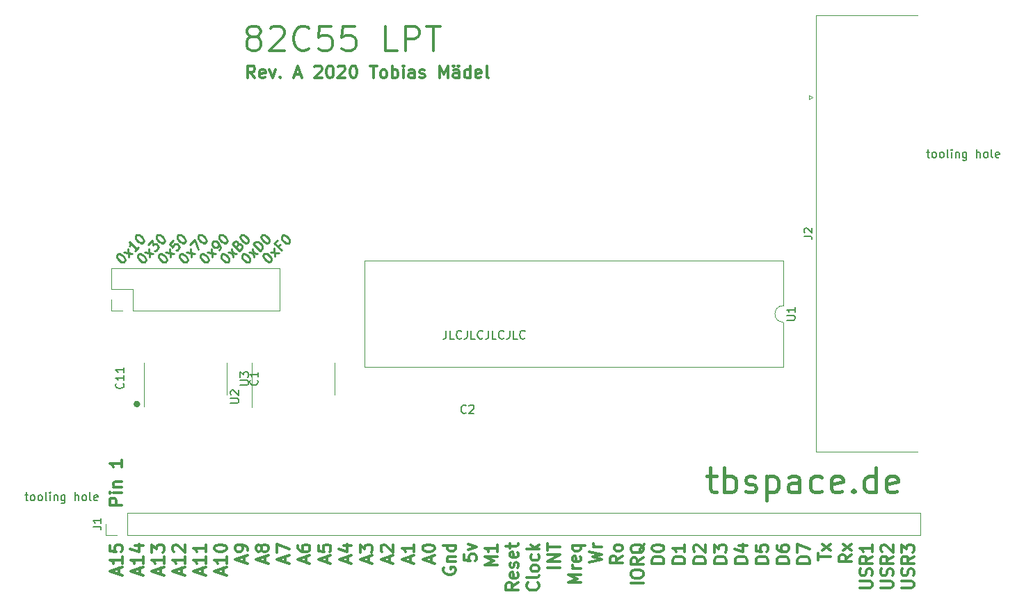
<source format=gto>
%TF.GenerationSoftware,KiCad,Pcbnew,5.1.6*%
%TF.CreationDate,2020-09-23T23:00:43+02:00*%
%TF.ProjectId,RC2014-LPT,52433230-3134-42d4-9c50-542e6b696361,rev?*%
%TF.SameCoordinates,Original*%
%TF.FileFunction,Legend,Top*%
%TF.FilePolarity,Positive*%
%FSLAX46Y46*%
G04 Gerber Fmt 4.6, Leading zero omitted, Abs format (unit mm)*
G04 Created by KiCad (PCBNEW 5.1.6) date 2020-09-23 23:00:43*
%MOMM*%
%LPD*%
G01*
G04 APERTURE LIST*
%ADD10C,0.200000*%
%ADD11C,0.400000*%
%ADD12C,0.300000*%
%ADD13C,0.250000*%
%ADD14C,0.120000*%
%ADD15C,0.150000*%
G04 APERTURE END LIST*
D10*
X84130952Y-48452380D02*
X84130952Y-49166666D01*
X84083333Y-49309523D01*
X83988095Y-49404761D01*
X83845238Y-49452380D01*
X83750000Y-49452380D01*
X85083333Y-49452380D02*
X84607142Y-49452380D01*
X84607142Y-48452380D01*
X85988095Y-49357142D02*
X85940476Y-49404761D01*
X85797619Y-49452380D01*
X85702380Y-49452380D01*
X85559523Y-49404761D01*
X85464285Y-49309523D01*
X85416666Y-49214285D01*
X85369047Y-49023809D01*
X85369047Y-48880952D01*
X85416666Y-48690476D01*
X85464285Y-48595238D01*
X85559523Y-48500000D01*
X85702380Y-48452380D01*
X85797619Y-48452380D01*
X85940476Y-48500000D01*
X85988095Y-48547619D01*
X86702380Y-48452380D02*
X86702380Y-49166666D01*
X86654761Y-49309523D01*
X86559523Y-49404761D01*
X86416666Y-49452380D01*
X86321428Y-49452380D01*
X87654761Y-49452380D02*
X87178571Y-49452380D01*
X87178571Y-48452380D01*
X88559523Y-49357142D02*
X88511904Y-49404761D01*
X88369047Y-49452380D01*
X88273809Y-49452380D01*
X88130952Y-49404761D01*
X88035714Y-49309523D01*
X87988095Y-49214285D01*
X87940476Y-49023809D01*
X87940476Y-48880952D01*
X87988095Y-48690476D01*
X88035714Y-48595238D01*
X88130952Y-48500000D01*
X88273809Y-48452380D01*
X88369047Y-48452380D01*
X88511904Y-48500000D01*
X88559523Y-48547619D01*
X89273809Y-48452380D02*
X89273809Y-49166666D01*
X89226190Y-49309523D01*
X89130952Y-49404761D01*
X88988095Y-49452380D01*
X88892857Y-49452380D01*
X90226190Y-49452380D02*
X89750000Y-49452380D01*
X89750000Y-48452380D01*
X91130952Y-49357142D02*
X91083333Y-49404761D01*
X90940476Y-49452380D01*
X90845238Y-49452380D01*
X90702380Y-49404761D01*
X90607142Y-49309523D01*
X90559523Y-49214285D01*
X90511904Y-49023809D01*
X90511904Y-48880952D01*
X90559523Y-48690476D01*
X90607142Y-48595238D01*
X90702380Y-48500000D01*
X90845238Y-48452380D01*
X90940476Y-48452380D01*
X91083333Y-48500000D01*
X91130952Y-48547619D01*
X91845238Y-48452380D02*
X91845238Y-49166666D01*
X91797619Y-49309523D01*
X91702380Y-49404761D01*
X91559523Y-49452380D01*
X91464285Y-49452380D01*
X92797619Y-49452380D02*
X92321428Y-49452380D01*
X92321428Y-48452380D01*
X93702380Y-49357142D02*
X93654761Y-49404761D01*
X93511904Y-49452380D01*
X93416666Y-49452380D01*
X93273809Y-49404761D01*
X93178571Y-49309523D01*
X93130952Y-49214285D01*
X93083333Y-49023809D01*
X93083333Y-48880952D01*
X93130952Y-48690476D01*
X93178571Y-48595238D01*
X93273809Y-48500000D01*
X93416666Y-48452380D01*
X93511904Y-48452380D01*
X93654761Y-48500000D01*
X93702380Y-48547619D01*
D11*
X46682000Y-57404000D02*
G75*
G03*
X46682000Y-57404000I-200000J0D01*
G01*
D12*
X60834714Y-17678571D02*
X60334714Y-16964285D01*
X59977571Y-17678571D02*
X59977571Y-16178571D01*
X60548999Y-16178571D01*
X60691857Y-16250000D01*
X60763285Y-16321428D01*
X60834714Y-16464285D01*
X60834714Y-16678571D01*
X60763285Y-16821428D01*
X60691857Y-16892857D01*
X60548999Y-16964285D01*
X59977571Y-16964285D01*
X62048999Y-17607142D02*
X61906142Y-17678571D01*
X61620428Y-17678571D01*
X61477571Y-17607142D01*
X61406142Y-17464285D01*
X61406142Y-16892857D01*
X61477571Y-16750000D01*
X61620428Y-16678571D01*
X61906142Y-16678571D01*
X62048999Y-16750000D01*
X62120428Y-16892857D01*
X62120428Y-17035714D01*
X61406142Y-17178571D01*
X62620428Y-16678571D02*
X62977571Y-17678571D01*
X63334714Y-16678571D01*
X63906142Y-17535714D02*
X63977571Y-17607142D01*
X63906142Y-17678571D01*
X63834714Y-17607142D01*
X63906142Y-17535714D01*
X63906142Y-17678571D01*
X65691857Y-17250000D02*
X66406142Y-17250000D01*
X65548999Y-17678571D02*
X66048999Y-16178571D01*
X66548999Y-17678571D01*
X68120428Y-16321428D02*
X68191857Y-16250000D01*
X68334714Y-16178571D01*
X68691857Y-16178571D01*
X68834714Y-16250000D01*
X68906142Y-16321428D01*
X68977571Y-16464285D01*
X68977571Y-16607142D01*
X68906142Y-16821428D01*
X68049000Y-17678571D01*
X68977571Y-17678571D01*
X69906142Y-16178571D02*
X70049000Y-16178571D01*
X70191857Y-16250000D01*
X70263285Y-16321428D01*
X70334714Y-16464285D01*
X70406142Y-16750000D01*
X70406142Y-17107142D01*
X70334714Y-17392857D01*
X70263285Y-17535714D01*
X70191857Y-17607142D01*
X70049000Y-17678571D01*
X69906142Y-17678571D01*
X69763285Y-17607142D01*
X69691857Y-17535714D01*
X69620428Y-17392857D01*
X69549000Y-17107142D01*
X69549000Y-16750000D01*
X69620428Y-16464285D01*
X69691857Y-16321428D01*
X69763285Y-16250000D01*
X69906142Y-16178571D01*
X70977571Y-16321428D02*
X71049000Y-16250000D01*
X71191857Y-16178571D01*
X71549000Y-16178571D01*
X71691857Y-16250000D01*
X71763285Y-16321428D01*
X71834714Y-16464285D01*
X71834714Y-16607142D01*
X71763285Y-16821428D01*
X70906142Y-17678571D01*
X71834714Y-17678571D01*
X72763285Y-16178571D02*
X72906142Y-16178571D01*
X73049000Y-16250000D01*
X73120428Y-16321428D01*
X73191857Y-16464285D01*
X73263285Y-16750000D01*
X73263285Y-17107142D01*
X73191857Y-17392857D01*
X73120428Y-17535714D01*
X73049000Y-17607142D01*
X72906142Y-17678571D01*
X72763285Y-17678571D01*
X72620428Y-17607142D01*
X72549000Y-17535714D01*
X72477571Y-17392857D01*
X72406142Y-17107142D01*
X72406142Y-16750000D01*
X72477571Y-16464285D01*
X72549000Y-16321428D01*
X72620428Y-16250000D01*
X72763285Y-16178571D01*
X74834714Y-16178571D02*
X75691857Y-16178571D01*
X75263285Y-17678571D02*
X75263285Y-16178571D01*
X76406142Y-17678571D02*
X76263285Y-17607142D01*
X76191857Y-17535714D01*
X76120428Y-17392857D01*
X76120428Y-16964285D01*
X76191857Y-16821428D01*
X76263285Y-16750000D01*
X76406142Y-16678571D01*
X76620428Y-16678571D01*
X76763285Y-16750000D01*
X76834714Y-16821428D01*
X76906142Y-16964285D01*
X76906142Y-17392857D01*
X76834714Y-17535714D01*
X76763285Y-17607142D01*
X76620428Y-17678571D01*
X76406142Y-17678571D01*
X77549000Y-17678571D02*
X77549000Y-16178571D01*
X77549000Y-16750000D02*
X77691857Y-16678571D01*
X77977571Y-16678571D01*
X78120428Y-16750000D01*
X78191857Y-16821428D01*
X78263285Y-16964285D01*
X78263285Y-17392857D01*
X78191857Y-17535714D01*
X78120428Y-17607142D01*
X77977571Y-17678571D01*
X77691857Y-17678571D01*
X77549000Y-17607142D01*
X78906142Y-17678571D02*
X78906142Y-16678571D01*
X78906142Y-16178571D02*
X78834714Y-16250000D01*
X78906142Y-16321428D01*
X78977571Y-16250000D01*
X78906142Y-16178571D01*
X78906142Y-16321428D01*
X80263285Y-17678571D02*
X80263285Y-16892857D01*
X80191857Y-16750000D01*
X80049000Y-16678571D01*
X79763285Y-16678571D01*
X79620428Y-16750000D01*
X80263285Y-17607142D02*
X80120428Y-17678571D01*
X79763285Y-17678571D01*
X79620428Y-17607142D01*
X79549000Y-17464285D01*
X79549000Y-17321428D01*
X79620428Y-17178571D01*
X79763285Y-17107142D01*
X80120428Y-17107142D01*
X80263285Y-17035714D01*
X80906142Y-17607142D02*
X81049000Y-17678571D01*
X81334714Y-17678571D01*
X81477571Y-17607142D01*
X81549000Y-17464285D01*
X81549000Y-17392857D01*
X81477571Y-17250000D01*
X81334714Y-17178571D01*
X81120428Y-17178571D01*
X80977571Y-17107142D01*
X80906142Y-16964285D01*
X80906142Y-16892857D01*
X80977571Y-16750000D01*
X81120428Y-16678571D01*
X81334714Y-16678571D01*
X81477571Y-16750000D01*
X83334714Y-17678571D02*
X83334714Y-16178571D01*
X83834714Y-17250000D01*
X84334714Y-16178571D01*
X84334714Y-17678571D01*
X85691857Y-17678571D02*
X85691857Y-16892857D01*
X85620428Y-16750000D01*
X85477571Y-16678571D01*
X85191857Y-16678571D01*
X85049000Y-16750000D01*
X85691857Y-17607142D02*
X85549000Y-17678571D01*
X85191857Y-17678571D01*
X85049000Y-17607142D01*
X84977571Y-17464285D01*
X84977571Y-17321428D01*
X85049000Y-17178571D01*
X85191857Y-17107142D01*
X85549000Y-17107142D01*
X85691857Y-17035714D01*
X85049000Y-16178571D02*
X85120428Y-16250000D01*
X85049000Y-16321428D01*
X84977571Y-16250000D01*
X85049000Y-16178571D01*
X85049000Y-16321428D01*
X85620428Y-16178571D02*
X85691857Y-16250000D01*
X85620428Y-16321428D01*
X85549000Y-16250000D01*
X85620428Y-16178571D01*
X85620428Y-16321428D01*
X87049000Y-17678571D02*
X87049000Y-16178571D01*
X87049000Y-17607142D02*
X86906142Y-17678571D01*
X86620428Y-17678571D01*
X86477571Y-17607142D01*
X86406142Y-17535714D01*
X86334714Y-17392857D01*
X86334714Y-16964285D01*
X86406142Y-16821428D01*
X86477571Y-16750000D01*
X86620428Y-16678571D01*
X86906142Y-16678571D01*
X87049000Y-16750000D01*
X88334714Y-17607142D02*
X88191857Y-17678571D01*
X87906142Y-17678571D01*
X87763285Y-17607142D01*
X87691857Y-17464285D01*
X87691857Y-16892857D01*
X87763285Y-16750000D01*
X87906142Y-16678571D01*
X88191857Y-16678571D01*
X88334714Y-16750000D01*
X88406142Y-16892857D01*
X88406142Y-17035714D01*
X87691857Y-17178571D01*
X89263285Y-17678571D02*
X89120428Y-17607142D01*
X89049000Y-17464285D01*
X89049000Y-16178571D01*
X60428571Y-12642857D02*
X60142857Y-12500000D01*
X60000000Y-12357142D01*
X59857142Y-12071428D01*
X59857142Y-11928571D01*
X60000000Y-11642857D01*
X60142857Y-11500000D01*
X60428571Y-11357142D01*
X61000000Y-11357142D01*
X61285714Y-11500000D01*
X61428571Y-11642857D01*
X61571428Y-11928571D01*
X61571428Y-12071428D01*
X61428571Y-12357142D01*
X61285714Y-12500000D01*
X61000000Y-12642857D01*
X60428571Y-12642857D01*
X60142857Y-12785714D01*
X60000000Y-12928571D01*
X59857142Y-13214285D01*
X59857142Y-13785714D01*
X60000000Y-14071428D01*
X60142857Y-14214285D01*
X60428571Y-14357142D01*
X61000000Y-14357142D01*
X61285714Y-14214285D01*
X61428571Y-14071428D01*
X61571428Y-13785714D01*
X61571428Y-13214285D01*
X61428571Y-12928571D01*
X61285714Y-12785714D01*
X61000000Y-12642857D01*
X62714285Y-11642857D02*
X62857142Y-11500000D01*
X63142857Y-11357142D01*
X63857142Y-11357142D01*
X64142857Y-11500000D01*
X64285714Y-11642857D01*
X64428571Y-11928571D01*
X64428571Y-12214285D01*
X64285714Y-12642857D01*
X62571428Y-14357142D01*
X64428571Y-14357142D01*
X67428571Y-14071428D02*
X67285714Y-14214285D01*
X66857142Y-14357142D01*
X66571428Y-14357142D01*
X66142857Y-14214285D01*
X65857142Y-13928571D01*
X65714285Y-13642857D01*
X65571428Y-13071428D01*
X65571428Y-12642857D01*
X65714285Y-12071428D01*
X65857142Y-11785714D01*
X66142857Y-11500000D01*
X66571428Y-11357142D01*
X66857142Y-11357142D01*
X67285714Y-11500000D01*
X67428571Y-11642857D01*
X70142857Y-11357142D02*
X68714285Y-11357142D01*
X68571428Y-12785714D01*
X68714285Y-12642857D01*
X69000000Y-12500000D01*
X69714285Y-12500000D01*
X70000000Y-12642857D01*
X70142857Y-12785714D01*
X70285714Y-13071428D01*
X70285714Y-13785714D01*
X70142857Y-14071428D01*
X70000000Y-14214285D01*
X69714285Y-14357142D01*
X69000000Y-14357142D01*
X68714285Y-14214285D01*
X68571428Y-14071428D01*
X73000000Y-11357142D02*
X71571428Y-11357142D01*
X71428571Y-12785714D01*
X71571428Y-12642857D01*
X71857142Y-12500000D01*
X72571428Y-12500000D01*
X72857142Y-12642857D01*
X73000000Y-12785714D01*
X73142857Y-13071428D01*
X73142857Y-13785714D01*
X73000000Y-14071428D01*
X72857142Y-14214285D01*
X72571428Y-14357142D01*
X71857142Y-14357142D01*
X71571428Y-14214285D01*
X71428571Y-14071428D01*
X78142857Y-14357142D02*
X76714285Y-14357142D01*
X76714285Y-11357142D01*
X79142857Y-14357142D02*
X79142857Y-11357142D01*
X80285714Y-11357142D01*
X80571428Y-11500000D01*
X80714285Y-11642857D01*
X80857142Y-11928571D01*
X80857142Y-12357142D01*
X80714285Y-12642857D01*
X80571428Y-12785714D01*
X80285714Y-12928571D01*
X79142857Y-12928571D01*
X81714285Y-11357142D02*
X83428571Y-11357142D01*
X82571428Y-14357142D02*
X82571428Y-11357142D01*
D11*
X115849285Y-66159142D02*
X116992142Y-66159142D01*
X116277857Y-65159142D02*
X116277857Y-67730571D01*
X116420714Y-68016285D01*
X116706428Y-68159142D01*
X116992142Y-68159142D01*
X117992142Y-68159142D02*
X117992142Y-65159142D01*
X117992142Y-66302000D02*
X118277857Y-66159142D01*
X118849285Y-66159142D01*
X119135000Y-66302000D01*
X119277857Y-66444857D01*
X119420714Y-66730571D01*
X119420714Y-67587714D01*
X119277857Y-67873428D01*
X119135000Y-68016285D01*
X118849285Y-68159142D01*
X118277857Y-68159142D01*
X117992142Y-68016285D01*
X120563571Y-68016285D02*
X120849285Y-68159142D01*
X121420714Y-68159142D01*
X121706428Y-68016285D01*
X121849285Y-67730571D01*
X121849285Y-67587714D01*
X121706428Y-67302000D01*
X121420714Y-67159142D01*
X120992142Y-67159142D01*
X120706428Y-67016285D01*
X120563571Y-66730571D01*
X120563571Y-66587714D01*
X120706428Y-66302000D01*
X120992142Y-66159142D01*
X121420714Y-66159142D01*
X121706428Y-66302000D01*
X123135000Y-66159142D02*
X123135000Y-69159142D01*
X123135000Y-66302000D02*
X123420714Y-66159142D01*
X123992142Y-66159142D01*
X124277857Y-66302000D01*
X124420714Y-66444857D01*
X124563571Y-66730571D01*
X124563571Y-67587714D01*
X124420714Y-67873428D01*
X124277857Y-68016285D01*
X123992142Y-68159142D01*
X123420714Y-68159142D01*
X123135000Y-68016285D01*
X127135000Y-68159142D02*
X127135000Y-66587714D01*
X126992142Y-66302000D01*
X126706428Y-66159142D01*
X126135000Y-66159142D01*
X125849285Y-66302000D01*
X127135000Y-68016285D02*
X126849285Y-68159142D01*
X126135000Y-68159142D01*
X125849285Y-68016285D01*
X125706428Y-67730571D01*
X125706428Y-67444857D01*
X125849285Y-67159142D01*
X126135000Y-67016285D01*
X126849285Y-67016285D01*
X127135000Y-66873428D01*
X129849285Y-68016285D02*
X129563571Y-68159142D01*
X128992142Y-68159142D01*
X128706428Y-68016285D01*
X128563571Y-67873428D01*
X128420714Y-67587714D01*
X128420714Y-66730571D01*
X128563571Y-66444857D01*
X128706428Y-66302000D01*
X128992142Y-66159142D01*
X129563571Y-66159142D01*
X129849285Y-66302000D01*
X132277857Y-68016285D02*
X131992142Y-68159142D01*
X131420714Y-68159142D01*
X131135000Y-68016285D01*
X130992142Y-67730571D01*
X130992142Y-66587714D01*
X131135000Y-66302000D01*
X131420714Y-66159142D01*
X131992142Y-66159142D01*
X132277857Y-66302000D01*
X132420714Y-66587714D01*
X132420714Y-66873428D01*
X130992142Y-67159142D01*
X133706428Y-67873428D02*
X133849285Y-68016285D01*
X133706428Y-68159142D01*
X133563571Y-68016285D01*
X133706428Y-67873428D01*
X133706428Y-68159142D01*
X136420714Y-68159142D02*
X136420714Y-65159142D01*
X136420714Y-68016285D02*
X136135000Y-68159142D01*
X135563571Y-68159142D01*
X135277857Y-68016285D01*
X135135000Y-67873428D01*
X134992142Y-67587714D01*
X134992142Y-66730571D01*
X135135000Y-66444857D01*
X135277857Y-66302000D01*
X135563571Y-66159142D01*
X136135000Y-66159142D01*
X136420714Y-66302000D01*
X138992142Y-68016285D02*
X138706428Y-68159142D01*
X138135000Y-68159142D01*
X137849285Y-68016285D01*
X137706428Y-67730571D01*
X137706428Y-66587714D01*
X137849285Y-66302000D01*
X138135000Y-66159142D01*
X138706428Y-66159142D01*
X138992142Y-66302000D01*
X139135000Y-66587714D01*
X139135000Y-66873428D01*
X137706428Y-67159142D01*
D13*
X44063349Y-39208309D02*
X44144162Y-39127497D01*
X44265380Y-39087091D01*
X44346192Y-39087091D01*
X44467410Y-39127497D01*
X44669441Y-39248715D01*
X44871471Y-39450746D01*
X44992690Y-39652776D01*
X45033096Y-39773995D01*
X45033096Y-39854807D01*
X44992690Y-39976025D01*
X44911877Y-40056837D01*
X44790659Y-40097244D01*
X44709847Y-40097244D01*
X44588629Y-40056837D01*
X44386598Y-39935619D01*
X44184568Y-39733589D01*
X44063349Y-39531558D01*
X44022943Y-39410340D01*
X44022943Y-39329528D01*
X44063349Y-39208309D01*
X45477563Y-39491152D02*
X45356345Y-38481000D01*
X44911877Y-38925467D02*
X45922030Y-39046685D01*
X46689746Y-38278969D02*
X46204873Y-38763842D01*
X46447309Y-38521406D02*
X45598781Y-37672877D01*
X45639187Y-37874908D01*
X45639187Y-38036532D01*
X45598781Y-38157751D01*
X46366497Y-36905162D02*
X46447309Y-36824349D01*
X46568528Y-36783943D01*
X46649340Y-36783943D01*
X46770558Y-36824349D01*
X46972589Y-36945568D01*
X47174619Y-37147598D01*
X47295837Y-37349629D01*
X47336244Y-37470847D01*
X47336244Y-37551659D01*
X47295837Y-37672877D01*
X47215025Y-37753690D01*
X47093807Y-37794096D01*
X47012995Y-37794096D01*
X46891776Y-37753690D01*
X46689746Y-37632471D01*
X46487715Y-37430441D01*
X46366497Y-37228410D01*
X46326091Y-37107192D01*
X46326091Y-37026380D01*
X46366497Y-36905162D01*
X61883755Y-39167903D02*
X61964568Y-39087091D01*
X62085786Y-39046685D01*
X62166598Y-39046685D01*
X62287816Y-39087091D01*
X62489847Y-39208309D01*
X62691877Y-39410340D01*
X62813096Y-39612370D01*
X62853502Y-39733589D01*
X62853502Y-39814401D01*
X62813096Y-39935619D01*
X62732284Y-40016431D01*
X62611065Y-40056837D01*
X62530253Y-40056837D01*
X62409035Y-40016431D01*
X62207004Y-39895213D01*
X62004974Y-39693183D01*
X61883755Y-39491152D01*
X61843349Y-39369934D01*
X61843349Y-39289122D01*
X61883755Y-39167903D01*
X63297969Y-39450746D02*
X63176751Y-38440593D01*
X62732284Y-38885061D02*
X63742436Y-39006279D01*
X63904061Y-37955720D02*
X63621218Y-38238563D01*
X64065685Y-38683030D02*
X63217157Y-37834502D01*
X63621218Y-37430441D01*
X64106091Y-36945568D02*
X64186903Y-36864755D01*
X64308122Y-36824349D01*
X64388934Y-36824349D01*
X64510152Y-36864755D01*
X64712183Y-36985974D01*
X64914213Y-37188004D01*
X65035431Y-37390035D01*
X65075837Y-37511253D01*
X65075837Y-37592065D01*
X65035431Y-37713284D01*
X64954619Y-37794096D01*
X64833401Y-37834502D01*
X64752589Y-37834502D01*
X64631370Y-37794096D01*
X64429340Y-37672877D01*
X64227309Y-37470847D01*
X64106091Y-37268816D01*
X64065685Y-37147598D01*
X64065685Y-37066786D01*
X64106091Y-36945568D01*
X59283146Y-39228512D02*
X59363958Y-39147700D01*
X59485177Y-39107294D01*
X59565989Y-39107294D01*
X59687207Y-39147700D01*
X59889238Y-39268918D01*
X60091268Y-39470949D01*
X60212487Y-39672980D01*
X60252893Y-39794198D01*
X60252893Y-39875010D01*
X60212487Y-39996228D01*
X60131674Y-40077041D01*
X60010456Y-40117447D01*
X59929644Y-40117447D01*
X59808426Y-40077041D01*
X59606395Y-39955822D01*
X59404365Y-39753792D01*
X59283146Y-39551761D01*
X59242740Y-39430543D01*
X59242740Y-39349731D01*
X59283146Y-39228512D01*
X60697360Y-39511355D02*
X60576142Y-38501203D01*
X60131674Y-38945670D02*
X61141827Y-39066888D01*
X61465076Y-38743639D02*
X60616548Y-37895111D01*
X60818578Y-37693081D01*
X60980203Y-37612268D01*
X61141827Y-37612268D01*
X61263045Y-37652674D01*
X61465076Y-37773893D01*
X61586294Y-37895111D01*
X61707512Y-38097142D01*
X61747918Y-38218360D01*
X61747918Y-38379984D01*
X61667106Y-38541609D01*
X61465076Y-38743639D01*
X61626700Y-36884958D02*
X61707512Y-36804146D01*
X61828731Y-36763740D01*
X61909543Y-36763740D01*
X62030761Y-36804146D01*
X62232792Y-36925365D01*
X62434822Y-37127395D01*
X62556041Y-37329426D01*
X62596447Y-37450644D01*
X62596447Y-37531456D01*
X62556041Y-37652674D01*
X62475228Y-37733487D01*
X62354010Y-37773893D01*
X62273198Y-37773893D01*
X62151980Y-37733487D01*
X61949949Y-37612268D01*
X61747918Y-37410238D01*
X61626700Y-37208207D01*
X61586294Y-37086989D01*
X61586294Y-37006177D01*
X61626700Y-36884958D01*
X56743146Y-39228512D02*
X56823958Y-39147700D01*
X56945177Y-39107294D01*
X57025989Y-39107294D01*
X57147207Y-39147700D01*
X57349238Y-39268918D01*
X57551268Y-39470949D01*
X57672487Y-39672980D01*
X57712893Y-39794198D01*
X57712893Y-39875010D01*
X57672487Y-39996228D01*
X57591674Y-40077041D01*
X57470456Y-40117447D01*
X57389644Y-40117447D01*
X57268426Y-40077041D01*
X57066395Y-39955822D01*
X56864365Y-39753792D01*
X56743146Y-39551761D01*
X56702740Y-39430543D01*
X56702740Y-39349731D01*
X56743146Y-39228512D01*
X58157360Y-39511355D02*
X58036142Y-38501203D01*
X57591674Y-38945670D02*
X58601827Y-39066888D01*
X58763451Y-38016329D02*
X58925076Y-37935517D01*
X59005888Y-37935517D01*
X59127106Y-37975923D01*
X59248325Y-38097142D01*
X59288731Y-38218360D01*
X59288731Y-38299172D01*
X59248325Y-38420390D01*
X58925076Y-38743639D01*
X58076548Y-37895111D01*
X58359390Y-37612268D01*
X58480609Y-37571862D01*
X58561421Y-37571862D01*
X58682639Y-37612268D01*
X58763451Y-37693081D01*
X58803857Y-37814299D01*
X58803857Y-37895111D01*
X58763451Y-38016329D01*
X58480609Y-38299172D01*
X59086700Y-36884958D02*
X59167512Y-36804146D01*
X59288731Y-36763740D01*
X59369543Y-36763740D01*
X59490761Y-36804146D01*
X59692792Y-36925365D01*
X59894822Y-37127395D01*
X60016041Y-37329426D01*
X60056447Y-37450644D01*
X60056447Y-37531456D01*
X60016041Y-37652674D01*
X59935228Y-37733487D01*
X59814010Y-37773893D01*
X59733198Y-37773893D01*
X59611980Y-37733487D01*
X59409949Y-37612268D01*
X59207918Y-37410238D01*
X59086700Y-37208207D01*
X59046294Y-37086989D01*
X59046294Y-37006177D01*
X59086700Y-36884958D01*
X54223349Y-39208309D02*
X54304162Y-39127497D01*
X54425380Y-39087091D01*
X54506192Y-39087091D01*
X54627410Y-39127497D01*
X54829441Y-39248715D01*
X55031471Y-39450746D01*
X55152690Y-39652776D01*
X55193096Y-39773995D01*
X55193096Y-39854807D01*
X55152690Y-39976025D01*
X55071877Y-40056837D01*
X54950659Y-40097244D01*
X54869847Y-40097244D01*
X54748629Y-40056837D01*
X54546598Y-39935619D01*
X54344568Y-39733589D01*
X54223349Y-39531558D01*
X54182943Y-39410340D01*
X54182943Y-39329528D01*
X54223349Y-39208309D01*
X55637563Y-39491152D02*
X55516345Y-38481000D01*
X55071877Y-38925467D02*
X56082030Y-39046685D01*
X56445685Y-38683030D02*
X56607309Y-38521406D01*
X56647715Y-38400187D01*
X56647715Y-38319375D01*
X56607309Y-38117345D01*
X56486091Y-37915314D01*
X56162842Y-37592065D01*
X56041624Y-37551659D01*
X55960812Y-37551659D01*
X55839593Y-37592065D01*
X55677969Y-37753690D01*
X55637563Y-37874908D01*
X55637563Y-37955720D01*
X55677969Y-38076938D01*
X55880000Y-38278969D01*
X56001218Y-38319375D01*
X56082030Y-38319375D01*
X56203248Y-38278969D01*
X56364873Y-38117345D01*
X56405279Y-37996126D01*
X56405279Y-37915314D01*
X56364873Y-37794096D01*
X56526497Y-36905162D02*
X56607309Y-36824349D01*
X56728528Y-36783943D01*
X56809340Y-36783943D01*
X56930558Y-36824349D01*
X57132589Y-36945568D01*
X57334619Y-37147598D01*
X57455837Y-37349629D01*
X57496244Y-37470847D01*
X57496244Y-37551659D01*
X57455837Y-37672877D01*
X57375025Y-37753690D01*
X57253807Y-37794096D01*
X57172995Y-37794096D01*
X57051776Y-37753690D01*
X56849746Y-37632471D01*
X56647715Y-37430441D01*
X56526497Y-37228410D01*
X56486091Y-37107192D01*
X56486091Y-37026380D01*
X56526497Y-36905162D01*
X51683349Y-39208309D02*
X51764162Y-39127497D01*
X51885380Y-39087091D01*
X51966192Y-39087091D01*
X52087410Y-39127497D01*
X52289441Y-39248715D01*
X52491471Y-39450746D01*
X52612690Y-39652776D01*
X52653096Y-39773995D01*
X52653096Y-39854807D01*
X52612690Y-39976025D01*
X52531877Y-40056837D01*
X52410659Y-40097244D01*
X52329847Y-40097244D01*
X52208629Y-40056837D01*
X52006598Y-39935619D01*
X51804568Y-39733589D01*
X51683349Y-39531558D01*
X51642943Y-39410340D01*
X51642943Y-39329528D01*
X51683349Y-39208309D01*
X53097563Y-39491152D02*
X52976345Y-38481000D01*
X52531877Y-38925467D02*
X53542030Y-39046685D01*
X52935938Y-37955720D02*
X53501624Y-37390035D01*
X53986497Y-38602218D01*
X53986497Y-36905162D02*
X54067309Y-36824349D01*
X54188528Y-36783943D01*
X54269340Y-36783943D01*
X54390558Y-36824349D01*
X54592589Y-36945568D01*
X54794619Y-37147598D01*
X54915837Y-37349629D01*
X54956244Y-37470847D01*
X54956244Y-37551659D01*
X54915837Y-37672877D01*
X54835025Y-37753690D01*
X54713807Y-37794096D01*
X54632995Y-37794096D01*
X54511776Y-37753690D01*
X54309746Y-37632471D01*
X54107715Y-37430441D01*
X53986497Y-37228410D01*
X53946091Y-37107192D01*
X53946091Y-37026380D01*
X53986497Y-36905162D01*
X49143349Y-39208309D02*
X49224162Y-39127497D01*
X49345380Y-39087091D01*
X49426192Y-39087091D01*
X49547410Y-39127497D01*
X49749441Y-39248715D01*
X49951471Y-39450746D01*
X50072690Y-39652776D01*
X50113096Y-39773995D01*
X50113096Y-39854807D01*
X50072690Y-39976025D01*
X49991877Y-40056837D01*
X49870659Y-40097244D01*
X49789847Y-40097244D01*
X49668629Y-40056837D01*
X49466598Y-39935619D01*
X49264568Y-39733589D01*
X49143349Y-39531558D01*
X49102943Y-39410340D01*
X49102943Y-39329528D01*
X49143349Y-39208309D01*
X50557563Y-39491152D02*
X50436345Y-38481000D01*
X49991877Y-38925467D02*
X51002030Y-39046685D01*
X50880812Y-37470847D02*
X50476751Y-37874908D01*
X50840406Y-38319375D01*
X50840406Y-38238563D01*
X50880812Y-38117345D01*
X51082842Y-37915314D01*
X51204061Y-37874908D01*
X51284873Y-37874908D01*
X51406091Y-37915314D01*
X51608122Y-38117345D01*
X51648528Y-38238563D01*
X51648528Y-38319375D01*
X51608122Y-38440593D01*
X51406091Y-38642624D01*
X51284873Y-38683030D01*
X51204061Y-38683030D01*
X51446497Y-36905162D02*
X51527309Y-36824349D01*
X51648528Y-36783943D01*
X51729340Y-36783943D01*
X51850558Y-36824349D01*
X52052589Y-36945568D01*
X52254619Y-37147598D01*
X52375837Y-37349629D01*
X52416244Y-37470847D01*
X52416244Y-37551659D01*
X52375837Y-37672877D01*
X52295025Y-37753690D01*
X52173807Y-37794096D01*
X52092995Y-37794096D01*
X51971776Y-37753690D01*
X51769746Y-37632471D01*
X51567715Y-37430441D01*
X51446497Y-37228410D01*
X51406091Y-37107192D01*
X51406091Y-37026380D01*
X51446497Y-36905162D01*
X46603349Y-39208309D02*
X46684162Y-39127497D01*
X46805380Y-39087091D01*
X46886192Y-39087091D01*
X47007410Y-39127497D01*
X47209441Y-39248715D01*
X47411471Y-39450746D01*
X47532690Y-39652776D01*
X47573096Y-39773995D01*
X47573096Y-39854807D01*
X47532690Y-39976025D01*
X47451877Y-40056837D01*
X47330659Y-40097244D01*
X47249847Y-40097244D01*
X47128629Y-40056837D01*
X46926598Y-39935619D01*
X46724568Y-39733589D01*
X46603349Y-39531558D01*
X46562943Y-39410340D01*
X46562943Y-39329528D01*
X46603349Y-39208309D01*
X48017563Y-39491152D02*
X47896345Y-38481000D01*
X47451877Y-38925467D02*
X48462030Y-39046685D01*
X47855938Y-37955720D02*
X48381218Y-37430441D01*
X48421624Y-38036532D01*
X48542842Y-37915314D01*
X48664061Y-37874908D01*
X48744873Y-37874908D01*
X48866091Y-37915314D01*
X49068122Y-38117345D01*
X49108528Y-38238563D01*
X49108528Y-38319375D01*
X49068122Y-38440593D01*
X48825685Y-38683030D01*
X48704467Y-38723436D01*
X48623654Y-38723436D01*
X48906497Y-36905162D02*
X48987309Y-36824349D01*
X49108528Y-36783943D01*
X49189340Y-36783943D01*
X49310558Y-36824349D01*
X49512589Y-36945568D01*
X49714619Y-37147598D01*
X49835837Y-37349629D01*
X49876244Y-37470847D01*
X49876244Y-37551659D01*
X49835837Y-37672877D01*
X49755025Y-37753690D01*
X49633807Y-37794096D01*
X49552995Y-37794096D01*
X49431776Y-37753690D01*
X49229746Y-37632471D01*
X49027715Y-37430441D01*
X48906497Y-37228410D01*
X48866091Y-37107192D01*
X48866091Y-37026380D01*
X48906497Y-36905162D01*
D12*
X44292533Y-78096842D02*
X44292533Y-77382557D01*
X44718247Y-78239700D02*
X43228247Y-77739700D01*
X44718247Y-77239700D01*
X44718247Y-75953985D02*
X44718247Y-76811128D01*
X44718247Y-76382557D02*
X43228247Y-76382557D01*
X43441104Y-76525414D01*
X43583009Y-76668271D01*
X43653961Y-76811128D01*
X43228247Y-74596842D02*
X43228247Y-75311128D01*
X43937771Y-75382557D01*
X43866819Y-75311128D01*
X43795866Y-75168271D01*
X43795866Y-74811128D01*
X43866819Y-74668271D01*
X43937771Y-74596842D01*
X44079676Y-74525414D01*
X44434438Y-74525414D01*
X44576342Y-74596842D01*
X44647295Y-74668271D01*
X44718247Y-74811128D01*
X44718247Y-75168271D01*
X44647295Y-75311128D01*
X44576342Y-75382557D01*
X46827533Y-78096842D02*
X46827533Y-77382557D01*
X47253247Y-78239700D02*
X45763247Y-77739700D01*
X47253247Y-77239700D01*
X47253247Y-75953985D02*
X47253247Y-76811128D01*
X47253247Y-76382557D02*
X45763247Y-76382557D01*
X45976104Y-76525414D01*
X46118009Y-76668271D01*
X46188961Y-76811128D01*
X46259914Y-74668271D02*
X47253247Y-74668271D01*
X45692295Y-75025414D02*
X46756580Y-75382557D01*
X46756580Y-74453985D01*
X49362533Y-78096842D02*
X49362533Y-77382557D01*
X49788247Y-78239700D02*
X48298247Y-77739700D01*
X49788247Y-77239700D01*
X49788247Y-75953985D02*
X49788247Y-76811128D01*
X49788247Y-76382557D02*
X48298247Y-76382557D01*
X48511104Y-76525414D01*
X48653009Y-76668271D01*
X48723961Y-76811128D01*
X48298247Y-75453985D02*
X48298247Y-74525414D01*
X48865866Y-75025414D01*
X48865866Y-74811128D01*
X48936819Y-74668271D01*
X49007771Y-74596842D01*
X49149676Y-74525414D01*
X49504438Y-74525414D01*
X49646342Y-74596842D01*
X49717295Y-74668271D01*
X49788247Y-74811128D01*
X49788247Y-75239700D01*
X49717295Y-75382557D01*
X49646342Y-75453985D01*
X51897533Y-78096842D02*
X51897533Y-77382557D01*
X52323247Y-78239700D02*
X50833247Y-77739700D01*
X52323247Y-77239700D01*
X52323247Y-75953985D02*
X52323247Y-76811128D01*
X52323247Y-76382557D02*
X50833247Y-76382557D01*
X51046104Y-76525414D01*
X51188009Y-76668271D01*
X51258961Y-76811128D01*
X50975152Y-75382557D02*
X50904200Y-75311128D01*
X50833247Y-75168271D01*
X50833247Y-74811128D01*
X50904200Y-74668271D01*
X50975152Y-74596842D01*
X51117057Y-74525414D01*
X51258961Y-74525414D01*
X51471819Y-74596842D01*
X52323247Y-75453985D01*
X52323247Y-74525414D01*
X54432533Y-78096842D02*
X54432533Y-77382557D01*
X54858247Y-78239700D02*
X53368247Y-77739700D01*
X54858247Y-77239700D01*
X54858247Y-75953985D02*
X54858247Y-76811128D01*
X54858247Y-76382557D02*
X53368247Y-76382557D01*
X53581104Y-76525414D01*
X53723009Y-76668271D01*
X53793961Y-76811128D01*
X54858247Y-74525414D02*
X54858247Y-75382557D01*
X54858247Y-74953985D02*
X53368247Y-74953985D01*
X53581104Y-75096842D01*
X53723009Y-75239700D01*
X53793961Y-75382557D01*
X56967533Y-78096842D02*
X56967533Y-77382557D01*
X57393247Y-78239700D02*
X55903247Y-77739700D01*
X57393247Y-77239700D01*
X57393247Y-75953985D02*
X57393247Y-76811128D01*
X57393247Y-76382557D02*
X55903247Y-76382557D01*
X56116104Y-76525414D01*
X56258009Y-76668271D01*
X56328961Y-76811128D01*
X55903247Y-75025414D02*
X55903247Y-74882557D01*
X55974200Y-74739700D01*
X56045152Y-74668271D01*
X56187057Y-74596842D01*
X56470866Y-74525414D01*
X56825628Y-74525414D01*
X57109438Y-74596842D01*
X57251342Y-74668271D01*
X57322295Y-74739700D01*
X57393247Y-74882557D01*
X57393247Y-75025414D01*
X57322295Y-75168271D01*
X57251342Y-75239700D01*
X57109438Y-75311128D01*
X56825628Y-75382557D01*
X56470866Y-75382557D01*
X56187057Y-75311128D01*
X56045152Y-75239700D01*
X55974200Y-75168271D01*
X55903247Y-75025414D01*
X59502533Y-76668271D02*
X59502533Y-75953985D01*
X59928247Y-76811128D02*
X58438247Y-76311128D01*
X59928247Y-75811128D01*
X59928247Y-75239700D02*
X59928247Y-74953985D01*
X59857295Y-74811128D01*
X59786342Y-74739700D01*
X59573485Y-74596842D01*
X59289676Y-74525414D01*
X58722057Y-74525414D01*
X58580152Y-74596842D01*
X58509200Y-74668271D01*
X58438247Y-74811128D01*
X58438247Y-75096842D01*
X58509200Y-75239700D01*
X58580152Y-75311128D01*
X58722057Y-75382557D01*
X59076819Y-75382557D01*
X59218723Y-75311128D01*
X59289676Y-75239700D01*
X59360628Y-75096842D01*
X59360628Y-74811128D01*
X59289676Y-74668271D01*
X59218723Y-74596842D01*
X59076819Y-74525414D01*
X62037533Y-76668271D02*
X62037533Y-75953985D01*
X62463247Y-76811128D02*
X60973247Y-76311128D01*
X62463247Y-75811128D01*
X61611819Y-75096842D02*
X61540866Y-75239700D01*
X61469914Y-75311128D01*
X61328009Y-75382557D01*
X61257057Y-75382557D01*
X61115152Y-75311128D01*
X61044200Y-75239700D01*
X60973247Y-75096842D01*
X60973247Y-74811128D01*
X61044200Y-74668271D01*
X61115152Y-74596842D01*
X61257057Y-74525414D01*
X61328009Y-74525414D01*
X61469914Y-74596842D01*
X61540866Y-74668271D01*
X61611819Y-74811128D01*
X61611819Y-75096842D01*
X61682771Y-75239700D01*
X61753723Y-75311128D01*
X61895628Y-75382557D01*
X62179438Y-75382557D01*
X62321342Y-75311128D01*
X62392295Y-75239700D01*
X62463247Y-75096842D01*
X62463247Y-74811128D01*
X62392295Y-74668271D01*
X62321342Y-74596842D01*
X62179438Y-74525414D01*
X61895628Y-74525414D01*
X61753723Y-74596842D01*
X61682771Y-74668271D01*
X61611819Y-74811128D01*
X64572533Y-76668271D02*
X64572533Y-75953985D01*
X64998247Y-76811128D02*
X63508247Y-76311128D01*
X64998247Y-75811128D01*
X63508247Y-75453985D02*
X63508247Y-74453985D01*
X64998247Y-75096842D01*
X67107533Y-76668271D02*
X67107533Y-75953985D01*
X67533247Y-76811128D02*
X66043247Y-76311128D01*
X67533247Y-75811128D01*
X66043247Y-74668271D02*
X66043247Y-74953985D01*
X66114200Y-75096842D01*
X66185152Y-75168271D01*
X66398009Y-75311128D01*
X66681819Y-75382557D01*
X67249438Y-75382557D01*
X67391342Y-75311128D01*
X67462295Y-75239700D01*
X67533247Y-75096842D01*
X67533247Y-74811128D01*
X67462295Y-74668271D01*
X67391342Y-74596842D01*
X67249438Y-74525414D01*
X66894676Y-74525414D01*
X66752771Y-74596842D01*
X66681819Y-74668271D01*
X66610866Y-74811128D01*
X66610866Y-75096842D01*
X66681819Y-75239700D01*
X66752771Y-75311128D01*
X66894676Y-75382557D01*
X69642533Y-76668271D02*
X69642533Y-75953985D01*
X70068247Y-76811128D02*
X68578247Y-76311128D01*
X70068247Y-75811128D01*
X68578247Y-74596842D02*
X68578247Y-75311128D01*
X69287771Y-75382557D01*
X69216819Y-75311128D01*
X69145866Y-75168271D01*
X69145866Y-74811128D01*
X69216819Y-74668271D01*
X69287771Y-74596842D01*
X69429676Y-74525414D01*
X69784438Y-74525414D01*
X69926342Y-74596842D01*
X69997295Y-74668271D01*
X70068247Y-74811128D01*
X70068247Y-75168271D01*
X69997295Y-75311128D01*
X69926342Y-75382557D01*
X72177533Y-76668271D02*
X72177533Y-75953985D01*
X72603247Y-76811128D02*
X71113247Y-76311128D01*
X72603247Y-75811128D01*
X71609914Y-74668271D02*
X72603247Y-74668271D01*
X71042295Y-75025414D02*
X72106580Y-75382557D01*
X72106580Y-74453985D01*
X74712533Y-76668271D02*
X74712533Y-75953985D01*
X75138247Y-76811128D02*
X73648247Y-76311128D01*
X75138247Y-75811128D01*
X73648247Y-75453985D02*
X73648247Y-74525414D01*
X74215866Y-75025414D01*
X74215866Y-74811128D01*
X74286819Y-74668271D01*
X74357771Y-74596842D01*
X74499676Y-74525414D01*
X74854438Y-74525414D01*
X74996342Y-74596842D01*
X75067295Y-74668271D01*
X75138247Y-74811128D01*
X75138247Y-75239700D01*
X75067295Y-75382557D01*
X74996342Y-75453985D01*
X77247533Y-76668271D02*
X77247533Y-75953985D01*
X77673247Y-76811128D02*
X76183247Y-76311128D01*
X77673247Y-75811128D01*
X76325152Y-75382557D02*
X76254200Y-75311128D01*
X76183247Y-75168271D01*
X76183247Y-74811128D01*
X76254200Y-74668271D01*
X76325152Y-74596842D01*
X76467057Y-74525414D01*
X76608961Y-74525414D01*
X76821819Y-74596842D01*
X77673247Y-75453985D01*
X77673247Y-74525414D01*
X79782533Y-76668271D02*
X79782533Y-75953985D01*
X80208247Y-76811128D02*
X78718247Y-76311128D01*
X80208247Y-75811128D01*
X80208247Y-74525414D02*
X80208247Y-75382557D01*
X80208247Y-74953985D02*
X78718247Y-74953985D01*
X78931104Y-75096842D01*
X79073009Y-75239700D01*
X79143961Y-75382557D01*
X82317533Y-76668271D02*
X82317533Y-75953985D01*
X82743247Y-76811128D02*
X81253247Y-76311128D01*
X82743247Y-75811128D01*
X81253247Y-75025414D02*
X81253247Y-74882557D01*
X81324200Y-74739700D01*
X81395152Y-74668271D01*
X81537057Y-74596842D01*
X81820866Y-74525414D01*
X82175628Y-74525414D01*
X82459438Y-74596842D01*
X82601342Y-74668271D01*
X82672295Y-74739700D01*
X82743247Y-74882557D01*
X82743247Y-75025414D01*
X82672295Y-75168271D01*
X82601342Y-75239700D01*
X82459438Y-75311128D01*
X82175628Y-75382557D01*
X81820866Y-75382557D01*
X81537057Y-75311128D01*
X81395152Y-75239700D01*
X81324200Y-75168271D01*
X81253247Y-75025414D01*
X83859200Y-77311128D02*
X83788247Y-77453985D01*
X83788247Y-77668271D01*
X83859200Y-77882557D01*
X84001104Y-78025414D01*
X84143009Y-78096842D01*
X84426819Y-78168271D01*
X84639676Y-78168271D01*
X84923485Y-78096842D01*
X85065390Y-78025414D01*
X85207295Y-77882557D01*
X85278247Y-77668271D01*
X85278247Y-77525414D01*
X85207295Y-77311128D01*
X85136342Y-77239700D01*
X84639676Y-77239700D01*
X84639676Y-77525414D01*
X84284914Y-76596842D02*
X85278247Y-76596842D01*
X84426819Y-76596842D02*
X84355866Y-76525414D01*
X84284914Y-76382557D01*
X84284914Y-76168271D01*
X84355866Y-76025414D01*
X84497771Y-75953985D01*
X85278247Y-75953985D01*
X85278247Y-74596842D02*
X83788247Y-74596842D01*
X85207295Y-74596842D02*
X85278247Y-74739700D01*
X85278247Y-75025414D01*
X85207295Y-75168271D01*
X85136342Y-75239700D01*
X84994438Y-75311128D01*
X84568723Y-75311128D01*
X84426819Y-75239700D01*
X84355866Y-75168271D01*
X84284914Y-75025414D01*
X84284914Y-74739700D01*
X84355866Y-74596842D01*
X86323247Y-75739700D02*
X86323247Y-76453985D01*
X87032771Y-76525414D01*
X86961819Y-76453985D01*
X86890866Y-76311128D01*
X86890866Y-75953985D01*
X86961819Y-75811128D01*
X87032771Y-75739700D01*
X87174676Y-75668271D01*
X87529438Y-75668271D01*
X87671342Y-75739700D01*
X87742295Y-75811128D01*
X87813247Y-75953985D01*
X87813247Y-76311128D01*
X87742295Y-76453985D01*
X87671342Y-76525414D01*
X86819914Y-75168271D02*
X87813247Y-74811128D01*
X86819914Y-74453985D01*
X90348247Y-77025414D02*
X88858247Y-77025414D01*
X89922533Y-76525414D01*
X88858247Y-76025414D01*
X90348247Y-76025414D01*
X90348247Y-74525414D02*
X90348247Y-75382557D01*
X90348247Y-74953985D02*
X88858247Y-74953985D01*
X89071104Y-75096842D01*
X89213009Y-75239700D01*
X89283961Y-75382557D01*
X92883247Y-79168271D02*
X92173723Y-79668271D01*
X92883247Y-80025414D02*
X91393247Y-80025414D01*
X91393247Y-79453985D01*
X91464200Y-79311128D01*
X91535152Y-79239700D01*
X91677057Y-79168271D01*
X91889914Y-79168271D01*
X92031819Y-79239700D01*
X92102771Y-79311128D01*
X92173723Y-79453985D01*
X92173723Y-80025414D01*
X92812295Y-77953985D02*
X92883247Y-78096842D01*
X92883247Y-78382557D01*
X92812295Y-78525414D01*
X92670390Y-78596842D01*
X92102771Y-78596842D01*
X91960866Y-78525414D01*
X91889914Y-78382557D01*
X91889914Y-78096842D01*
X91960866Y-77953985D01*
X92102771Y-77882557D01*
X92244676Y-77882557D01*
X92386580Y-78596842D01*
X92812295Y-77311128D02*
X92883247Y-77168271D01*
X92883247Y-76882557D01*
X92812295Y-76739700D01*
X92670390Y-76668271D01*
X92599438Y-76668271D01*
X92457533Y-76739700D01*
X92386580Y-76882557D01*
X92386580Y-77096842D01*
X92315628Y-77239700D01*
X92173723Y-77311128D01*
X92102771Y-77311128D01*
X91960866Y-77239700D01*
X91889914Y-77096842D01*
X91889914Y-76882557D01*
X91960866Y-76739700D01*
X92812295Y-75453985D02*
X92883247Y-75596842D01*
X92883247Y-75882557D01*
X92812295Y-76025414D01*
X92670390Y-76096842D01*
X92102771Y-76096842D01*
X91960866Y-76025414D01*
X91889914Y-75882557D01*
X91889914Y-75596842D01*
X91960866Y-75453985D01*
X92102771Y-75382557D01*
X92244676Y-75382557D01*
X92386580Y-76096842D01*
X91889914Y-74953985D02*
X91889914Y-74382557D01*
X91393247Y-74739700D02*
X92670390Y-74739700D01*
X92812295Y-74668271D01*
X92883247Y-74525414D01*
X92883247Y-74382557D01*
X95276342Y-79168271D02*
X95347295Y-79239700D01*
X95418247Y-79453985D01*
X95418247Y-79596842D01*
X95347295Y-79811128D01*
X95205390Y-79953985D01*
X95063485Y-80025414D01*
X94779676Y-80096842D01*
X94566819Y-80096842D01*
X94283009Y-80025414D01*
X94141104Y-79953985D01*
X93999200Y-79811128D01*
X93928247Y-79596842D01*
X93928247Y-79453985D01*
X93999200Y-79239700D01*
X94070152Y-79168271D01*
X95418247Y-78311128D02*
X95347295Y-78453985D01*
X95205390Y-78525414D01*
X93928247Y-78525414D01*
X95418247Y-77525414D02*
X95347295Y-77668271D01*
X95276342Y-77739700D01*
X95134438Y-77811128D01*
X94708723Y-77811128D01*
X94566819Y-77739700D01*
X94495866Y-77668271D01*
X94424914Y-77525414D01*
X94424914Y-77311128D01*
X94495866Y-77168271D01*
X94566819Y-77096842D01*
X94708723Y-77025414D01*
X95134438Y-77025414D01*
X95276342Y-77096842D01*
X95347295Y-77168271D01*
X95418247Y-77311128D01*
X95418247Y-77525414D01*
X95347295Y-75739700D02*
X95418247Y-75882557D01*
X95418247Y-76168271D01*
X95347295Y-76311128D01*
X95276342Y-76382557D01*
X95134438Y-76453985D01*
X94708723Y-76453985D01*
X94566819Y-76382557D01*
X94495866Y-76311128D01*
X94424914Y-76168271D01*
X94424914Y-75882557D01*
X94495866Y-75739700D01*
X95418247Y-75096842D02*
X93928247Y-75096842D01*
X94850628Y-74953985D02*
X95418247Y-74525414D01*
X94424914Y-74525414D02*
X94992533Y-75096842D01*
X97953247Y-77311128D02*
X96463247Y-77311128D01*
X97953247Y-76596842D02*
X96463247Y-76596842D01*
X97953247Y-75739700D01*
X96463247Y-75739700D01*
X96463247Y-75239700D02*
X96463247Y-74382557D01*
X97953247Y-74811128D02*
X96463247Y-74811128D01*
X100488247Y-79168271D02*
X98998247Y-79168271D01*
X100062533Y-78668271D01*
X98998247Y-78168271D01*
X100488247Y-78168271D01*
X100488247Y-77453985D02*
X99494914Y-77453985D01*
X99778723Y-77453985D02*
X99636819Y-77382557D01*
X99565866Y-77311128D01*
X99494914Y-77168271D01*
X99494914Y-77025414D01*
X100417295Y-75953985D02*
X100488247Y-76096842D01*
X100488247Y-76382557D01*
X100417295Y-76525414D01*
X100275390Y-76596842D01*
X99707771Y-76596842D01*
X99565866Y-76525414D01*
X99494914Y-76382557D01*
X99494914Y-76096842D01*
X99565866Y-75953985D01*
X99707771Y-75882557D01*
X99849676Y-75882557D01*
X99991580Y-76596842D01*
X99494914Y-74596842D02*
X100984914Y-74596842D01*
X100417295Y-74596842D02*
X100488247Y-74739700D01*
X100488247Y-75025414D01*
X100417295Y-75168271D01*
X100346342Y-75239700D01*
X100204438Y-75311128D01*
X99778723Y-75311128D01*
X99636819Y-75239700D01*
X99565866Y-75168271D01*
X99494914Y-75025414D01*
X99494914Y-74739700D01*
X99565866Y-74596842D01*
X101533247Y-76668271D02*
X103023247Y-76311128D01*
X101958961Y-76025414D01*
X103023247Y-75739700D01*
X101533247Y-75382557D01*
X103023247Y-74811128D02*
X102029914Y-74811128D01*
X102313723Y-74811128D02*
X102171819Y-74739700D01*
X102100866Y-74668271D01*
X102029914Y-74525414D01*
X102029914Y-74382557D01*
X105558247Y-75882557D02*
X104848723Y-76382557D01*
X105558247Y-76739700D02*
X104068247Y-76739700D01*
X104068247Y-76168271D01*
X104139200Y-76025414D01*
X104210152Y-75953985D01*
X104352057Y-75882557D01*
X104564914Y-75882557D01*
X104706819Y-75953985D01*
X104777771Y-76025414D01*
X104848723Y-76168271D01*
X104848723Y-76739700D01*
X105558247Y-75025414D02*
X105487295Y-75168271D01*
X105416342Y-75239700D01*
X105274438Y-75311128D01*
X104848723Y-75311128D01*
X104706819Y-75239700D01*
X104635866Y-75168271D01*
X104564914Y-75025414D01*
X104564914Y-74811128D01*
X104635866Y-74668271D01*
X104706819Y-74596842D01*
X104848723Y-74525414D01*
X105274438Y-74525414D01*
X105416342Y-74596842D01*
X105487295Y-74668271D01*
X105558247Y-74811128D01*
X105558247Y-75025414D01*
X108093247Y-79239700D02*
X106603247Y-79239700D01*
X106603247Y-78239700D02*
X106603247Y-77953985D01*
X106674200Y-77811128D01*
X106816104Y-77668271D01*
X107099914Y-77596842D01*
X107596580Y-77596842D01*
X107880390Y-77668271D01*
X108022295Y-77811128D01*
X108093247Y-77953985D01*
X108093247Y-78239700D01*
X108022295Y-78382557D01*
X107880390Y-78525414D01*
X107596580Y-78596842D01*
X107099914Y-78596842D01*
X106816104Y-78525414D01*
X106674200Y-78382557D01*
X106603247Y-78239700D01*
X108093247Y-76096842D02*
X107383723Y-76596842D01*
X108093247Y-76953985D02*
X106603247Y-76953985D01*
X106603247Y-76382557D01*
X106674200Y-76239700D01*
X106745152Y-76168271D01*
X106887057Y-76096842D01*
X107099914Y-76096842D01*
X107241819Y-76168271D01*
X107312771Y-76239700D01*
X107383723Y-76382557D01*
X107383723Y-76953985D01*
X108235152Y-74453985D02*
X108164200Y-74596842D01*
X108022295Y-74739700D01*
X107809438Y-74953985D01*
X107738485Y-75096842D01*
X107738485Y-75239700D01*
X108093247Y-75168271D02*
X108022295Y-75311128D01*
X107880390Y-75453985D01*
X107596580Y-75525414D01*
X107099914Y-75525414D01*
X106816104Y-75453985D01*
X106674200Y-75311128D01*
X106603247Y-75168271D01*
X106603247Y-74882557D01*
X106674200Y-74739700D01*
X106816104Y-74596842D01*
X107099914Y-74525414D01*
X107596580Y-74525414D01*
X107880390Y-74596842D01*
X108022295Y-74739700D01*
X108093247Y-74882557D01*
X108093247Y-75168271D01*
X110628247Y-76811128D02*
X109138247Y-76811128D01*
X109138247Y-76453985D01*
X109209200Y-76239700D01*
X109351104Y-76096842D01*
X109493009Y-76025414D01*
X109776819Y-75953985D01*
X109989676Y-75953985D01*
X110273485Y-76025414D01*
X110415390Y-76096842D01*
X110557295Y-76239700D01*
X110628247Y-76453985D01*
X110628247Y-76811128D01*
X109138247Y-75025414D02*
X109138247Y-74882557D01*
X109209200Y-74739700D01*
X109280152Y-74668271D01*
X109422057Y-74596842D01*
X109705866Y-74525414D01*
X110060628Y-74525414D01*
X110344438Y-74596842D01*
X110486342Y-74668271D01*
X110557295Y-74739700D01*
X110628247Y-74882557D01*
X110628247Y-75025414D01*
X110557295Y-75168271D01*
X110486342Y-75239700D01*
X110344438Y-75311128D01*
X110060628Y-75382557D01*
X109705866Y-75382557D01*
X109422057Y-75311128D01*
X109280152Y-75239700D01*
X109209200Y-75168271D01*
X109138247Y-75025414D01*
X113163247Y-76811128D02*
X111673247Y-76811128D01*
X111673247Y-76453985D01*
X111744200Y-76239700D01*
X111886104Y-76096842D01*
X112028009Y-76025414D01*
X112311819Y-75953985D01*
X112524676Y-75953985D01*
X112808485Y-76025414D01*
X112950390Y-76096842D01*
X113092295Y-76239700D01*
X113163247Y-76453985D01*
X113163247Y-76811128D01*
X113163247Y-74525414D02*
X113163247Y-75382557D01*
X113163247Y-74953985D02*
X111673247Y-74953985D01*
X111886104Y-75096842D01*
X112028009Y-75239700D01*
X112098961Y-75382557D01*
X115698247Y-76811128D02*
X114208247Y-76811128D01*
X114208247Y-76453985D01*
X114279200Y-76239700D01*
X114421104Y-76096842D01*
X114563009Y-76025414D01*
X114846819Y-75953985D01*
X115059676Y-75953985D01*
X115343485Y-76025414D01*
X115485390Y-76096842D01*
X115627295Y-76239700D01*
X115698247Y-76453985D01*
X115698247Y-76811128D01*
X114350152Y-75382557D02*
X114279200Y-75311128D01*
X114208247Y-75168271D01*
X114208247Y-74811128D01*
X114279200Y-74668271D01*
X114350152Y-74596842D01*
X114492057Y-74525414D01*
X114633961Y-74525414D01*
X114846819Y-74596842D01*
X115698247Y-75453985D01*
X115698247Y-74525414D01*
X118233247Y-76811128D02*
X116743247Y-76811128D01*
X116743247Y-76453985D01*
X116814200Y-76239700D01*
X116956104Y-76096842D01*
X117098009Y-76025414D01*
X117381819Y-75953985D01*
X117594676Y-75953985D01*
X117878485Y-76025414D01*
X118020390Y-76096842D01*
X118162295Y-76239700D01*
X118233247Y-76453985D01*
X118233247Y-76811128D01*
X116743247Y-75453985D02*
X116743247Y-74525414D01*
X117310866Y-75025414D01*
X117310866Y-74811128D01*
X117381819Y-74668271D01*
X117452771Y-74596842D01*
X117594676Y-74525414D01*
X117949438Y-74525414D01*
X118091342Y-74596842D01*
X118162295Y-74668271D01*
X118233247Y-74811128D01*
X118233247Y-75239700D01*
X118162295Y-75382557D01*
X118091342Y-75453985D01*
X120768247Y-76811128D02*
X119278247Y-76811128D01*
X119278247Y-76453985D01*
X119349200Y-76239700D01*
X119491104Y-76096842D01*
X119633009Y-76025414D01*
X119916819Y-75953985D01*
X120129676Y-75953985D01*
X120413485Y-76025414D01*
X120555390Y-76096842D01*
X120697295Y-76239700D01*
X120768247Y-76453985D01*
X120768247Y-76811128D01*
X119774914Y-74668271D02*
X120768247Y-74668271D01*
X119207295Y-75025414D02*
X120271580Y-75382557D01*
X120271580Y-74453985D01*
X123303247Y-76811128D02*
X121813247Y-76811128D01*
X121813247Y-76453985D01*
X121884200Y-76239700D01*
X122026104Y-76096842D01*
X122168009Y-76025414D01*
X122451819Y-75953985D01*
X122664676Y-75953985D01*
X122948485Y-76025414D01*
X123090390Y-76096842D01*
X123232295Y-76239700D01*
X123303247Y-76453985D01*
X123303247Y-76811128D01*
X121813247Y-74596842D02*
X121813247Y-75311128D01*
X122522771Y-75382557D01*
X122451819Y-75311128D01*
X122380866Y-75168271D01*
X122380866Y-74811128D01*
X122451819Y-74668271D01*
X122522771Y-74596842D01*
X122664676Y-74525414D01*
X123019438Y-74525414D01*
X123161342Y-74596842D01*
X123232295Y-74668271D01*
X123303247Y-74811128D01*
X123303247Y-75168271D01*
X123232295Y-75311128D01*
X123161342Y-75382557D01*
X125838247Y-76811128D02*
X124348247Y-76811128D01*
X124348247Y-76453985D01*
X124419200Y-76239700D01*
X124561104Y-76096842D01*
X124703009Y-76025414D01*
X124986819Y-75953985D01*
X125199676Y-75953985D01*
X125483485Y-76025414D01*
X125625390Y-76096842D01*
X125767295Y-76239700D01*
X125838247Y-76453985D01*
X125838247Y-76811128D01*
X124348247Y-74668271D02*
X124348247Y-74953985D01*
X124419200Y-75096842D01*
X124490152Y-75168271D01*
X124703009Y-75311128D01*
X124986819Y-75382557D01*
X125554438Y-75382557D01*
X125696342Y-75311128D01*
X125767295Y-75239700D01*
X125838247Y-75096842D01*
X125838247Y-74811128D01*
X125767295Y-74668271D01*
X125696342Y-74596842D01*
X125554438Y-74525414D01*
X125199676Y-74525414D01*
X125057771Y-74596842D01*
X124986819Y-74668271D01*
X124915866Y-74811128D01*
X124915866Y-75096842D01*
X124986819Y-75239700D01*
X125057771Y-75311128D01*
X125199676Y-75382557D01*
X128373247Y-76811128D02*
X126883247Y-76811128D01*
X126883247Y-76453985D01*
X126954200Y-76239700D01*
X127096104Y-76096842D01*
X127238009Y-76025414D01*
X127521819Y-75953985D01*
X127734676Y-75953985D01*
X128018485Y-76025414D01*
X128160390Y-76096842D01*
X128302295Y-76239700D01*
X128373247Y-76453985D01*
X128373247Y-76811128D01*
X126883247Y-75453985D02*
X126883247Y-74453985D01*
X128373247Y-75096842D01*
X129418247Y-76453985D02*
X129418247Y-75596842D01*
X130908247Y-76025414D02*
X129418247Y-76025414D01*
X130908247Y-75239700D02*
X129914914Y-74453985D01*
X129914914Y-75239700D02*
X130908247Y-74453985D01*
X133443247Y-75739700D02*
X132733723Y-76239700D01*
X133443247Y-76596842D02*
X131953247Y-76596842D01*
X131953247Y-76025414D01*
X132024200Y-75882557D01*
X132095152Y-75811128D01*
X132237057Y-75739700D01*
X132449914Y-75739700D01*
X132591819Y-75811128D01*
X132662771Y-75882557D01*
X132733723Y-76025414D01*
X132733723Y-76596842D01*
X133443247Y-75239700D02*
X132449914Y-74453985D01*
X132449914Y-75239700D02*
X133443247Y-74453985D01*
X134488247Y-79811128D02*
X135694438Y-79811128D01*
X135836342Y-79739700D01*
X135907295Y-79668271D01*
X135978247Y-79525414D01*
X135978247Y-79239700D01*
X135907295Y-79096842D01*
X135836342Y-79025414D01*
X135694438Y-78953985D01*
X134488247Y-78953985D01*
X135907295Y-78311128D02*
X135978247Y-78096842D01*
X135978247Y-77739700D01*
X135907295Y-77596842D01*
X135836342Y-77525414D01*
X135694438Y-77453985D01*
X135552533Y-77453985D01*
X135410628Y-77525414D01*
X135339676Y-77596842D01*
X135268723Y-77739700D01*
X135197771Y-78025414D01*
X135126819Y-78168271D01*
X135055866Y-78239700D01*
X134913961Y-78311128D01*
X134772057Y-78311128D01*
X134630152Y-78239700D01*
X134559200Y-78168271D01*
X134488247Y-78025414D01*
X134488247Y-77668271D01*
X134559200Y-77453985D01*
X135978247Y-75953985D02*
X135268723Y-76453985D01*
X135978247Y-76811128D02*
X134488247Y-76811128D01*
X134488247Y-76239700D01*
X134559200Y-76096842D01*
X134630152Y-76025414D01*
X134772057Y-75953985D01*
X134984914Y-75953985D01*
X135126819Y-76025414D01*
X135197771Y-76096842D01*
X135268723Y-76239700D01*
X135268723Y-76811128D01*
X135978247Y-74525414D02*
X135978247Y-75382557D01*
X135978247Y-74953985D02*
X134488247Y-74953985D01*
X134701104Y-75096842D01*
X134843009Y-75239700D01*
X134913961Y-75382557D01*
X137023247Y-79811128D02*
X138229438Y-79811128D01*
X138371342Y-79739700D01*
X138442295Y-79668271D01*
X138513247Y-79525414D01*
X138513247Y-79239700D01*
X138442295Y-79096842D01*
X138371342Y-79025414D01*
X138229438Y-78953985D01*
X137023247Y-78953985D01*
X138442295Y-78311128D02*
X138513247Y-78096842D01*
X138513247Y-77739700D01*
X138442295Y-77596842D01*
X138371342Y-77525414D01*
X138229438Y-77453985D01*
X138087533Y-77453985D01*
X137945628Y-77525414D01*
X137874676Y-77596842D01*
X137803723Y-77739700D01*
X137732771Y-78025414D01*
X137661819Y-78168271D01*
X137590866Y-78239700D01*
X137448961Y-78311128D01*
X137307057Y-78311128D01*
X137165152Y-78239700D01*
X137094200Y-78168271D01*
X137023247Y-78025414D01*
X137023247Y-77668271D01*
X137094200Y-77453985D01*
X138513247Y-75953985D02*
X137803723Y-76453985D01*
X138513247Y-76811128D02*
X137023247Y-76811128D01*
X137023247Y-76239700D01*
X137094200Y-76096842D01*
X137165152Y-76025414D01*
X137307057Y-75953985D01*
X137519914Y-75953985D01*
X137661819Y-76025414D01*
X137732771Y-76096842D01*
X137803723Y-76239700D01*
X137803723Y-76811128D01*
X137165152Y-75382557D02*
X137094200Y-75311128D01*
X137023247Y-75168271D01*
X137023247Y-74811128D01*
X137094200Y-74668271D01*
X137165152Y-74596842D01*
X137307057Y-74525414D01*
X137448961Y-74525414D01*
X137661819Y-74596842D01*
X138513247Y-75453985D01*
X138513247Y-74525414D01*
X139558247Y-79811128D02*
X140764438Y-79811128D01*
X140906342Y-79739700D01*
X140977295Y-79668271D01*
X141048247Y-79525414D01*
X141048247Y-79239700D01*
X140977295Y-79096842D01*
X140906342Y-79025414D01*
X140764438Y-78953985D01*
X139558247Y-78953985D01*
X140977295Y-78311128D02*
X141048247Y-78096842D01*
X141048247Y-77739700D01*
X140977295Y-77596842D01*
X140906342Y-77525414D01*
X140764438Y-77453985D01*
X140622533Y-77453985D01*
X140480628Y-77525414D01*
X140409676Y-77596842D01*
X140338723Y-77739700D01*
X140267771Y-78025414D01*
X140196819Y-78168271D01*
X140125866Y-78239700D01*
X139983961Y-78311128D01*
X139842057Y-78311128D01*
X139700152Y-78239700D01*
X139629200Y-78168271D01*
X139558247Y-78025414D01*
X139558247Y-77668271D01*
X139629200Y-77453985D01*
X141048247Y-75953985D02*
X140338723Y-76453985D01*
X141048247Y-76811128D02*
X139558247Y-76811128D01*
X139558247Y-76239700D01*
X139629200Y-76096842D01*
X139700152Y-76025414D01*
X139842057Y-75953985D01*
X140054914Y-75953985D01*
X140196819Y-76025414D01*
X140267771Y-76096842D01*
X140338723Y-76239700D01*
X140338723Y-76811128D01*
X139558247Y-75453985D02*
X139558247Y-74525414D01*
X140125866Y-75025414D01*
X140125866Y-74811128D01*
X140196819Y-74668271D01*
X140267771Y-74596842D01*
X140409676Y-74525414D01*
X140764438Y-74525414D01*
X140906342Y-74596842D01*
X140977295Y-74668271D01*
X141048247Y-74811128D01*
X141048247Y-75239700D01*
X140977295Y-75382557D01*
X140906342Y-75453985D01*
X44658251Y-69702865D02*
X43158251Y-69702865D01*
X43158251Y-69131437D01*
X43229680Y-68988580D01*
X43301108Y-68917151D01*
X43443965Y-68845722D01*
X43658251Y-68845722D01*
X43801108Y-68917151D01*
X43872537Y-68988580D01*
X43943965Y-69131437D01*
X43943965Y-69702865D01*
X44658251Y-68202865D02*
X43658251Y-68202865D01*
X43158251Y-68202865D02*
X43229680Y-68274294D01*
X43301108Y-68202865D01*
X43229680Y-68131437D01*
X43158251Y-68202865D01*
X43301108Y-68202865D01*
X43658251Y-67488580D02*
X44658251Y-67488580D01*
X43801108Y-67488580D02*
X43729680Y-67417151D01*
X43658251Y-67274294D01*
X43658251Y-67060008D01*
X43729680Y-66917151D01*
X43872537Y-66845722D01*
X44658251Y-66845722D01*
X44658251Y-64202865D02*
X44658251Y-65060008D01*
X44658251Y-64631437D02*
X43158251Y-64631437D01*
X43372537Y-64774294D01*
X43515394Y-64917151D01*
X43586822Y-65060008D01*
D14*
%TO.C,U1*%
X125130000Y-47420000D02*
G75*
G02*
X125130000Y-45420000I0J1000000D01*
G01*
X125130000Y-45420000D02*
X125130000Y-39960000D01*
X125130000Y-39960000D02*
X74210000Y-39960000D01*
X74210000Y-39960000D02*
X74210000Y-52880000D01*
X74210000Y-52880000D02*
X125130000Y-52880000D01*
X125130000Y-52880000D02*
X125130000Y-47420000D01*
%TO.C,U3*%
X70560000Y-54300000D02*
X70560000Y-52350000D01*
X70560000Y-54300000D02*
X70560000Y-56250000D01*
X60440000Y-54300000D02*
X60440000Y-52350000D01*
X60440000Y-54300000D02*
X60440000Y-57750000D01*
%TO.C,J2*%
X141480000Y-63230000D02*
X129140000Y-63230000D01*
X129140000Y-63230000D02*
X129140000Y-10010000D01*
X129140000Y-10010000D02*
X141480000Y-10010000D01*
X128245662Y-20250000D02*
X128245662Y-19750000D01*
X128245662Y-19750000D02*
X128678675Y-20000000D01*
X128678675Y-20000000D02*
X128245662Y-20250000D01*
%TO.C,U2*%
X57447500Y-54291000D02*
X57447500Y-52341000D01*
X57447500Y-54291000D02*
X57447500Y-56241000D01*
X47327500Y-54291000D02*
X47327500Y-52341000D01*
X47327500Y-54291000D02*
X47327500Y-57741000D01*
%TO.C,J3*%
X63814000Y-46034000D02*
X63814000Y-40834000D01*
X45974000Y-46034000D02*
X63814000Y-46034000D01*
X43374000Y-40834000D02*
X63814000Y-40834000D01*
X45974000Y-46034000D02*
X45974000Y-43434000D01*
X45974000Y-43434000D02*
X43374000Y-43434000D01*
X43374000Y-43434000D02*
X43374000Y-40834000D01*
X44704000Y-46034000D02*
X43374000Y-46034000D01*
X43374000Y-46034000D02*
X43374000Y-44704000D01*
%TO.C,J1*%
X42670000Y-73330000D02*
X42670000Y-72000000D01*
X44000000Y-73330000D02*
X42670000Y-73330000D01*
X45270000Y-73330000D02*
X45270000Y-70670000D01*
X45270000Y-70670000D02*
X141850000Y-70670000D01*
X45270000Y-73330000D02*
X141850000Y-73330000D01*
X141850000Y-73330000D02*
X141850000Y-70670000D01*
%TO.C,U1*%
D15*
X125582380Y-47181904D02*
X126391904Y-47181904D01*
X126487142Y-47134285D01*
X126534761Y-47086666D01*
X126582380Y-46991428D01*
X126582380Y-46800952D01*
X126534761Y-46705714D01*
X126487142Y-46658095D01*
X126391904Y-46610476D01*
X125582380Y-46610476D01*
X126582380Y-45610476D02*
X126582380Y-46181904D01*
X126582380Y-45896190D02*
X125582380Y-45896190D01*
X125725238Y-45991428D01*
X125820476Y-46086666D01*
X125868095Y-46181904D01*
%TO.C,C2*%
X86533333Y-58427142D02*
X86485714Y-58474761D01*
X86342857Y-58522380D01*
X86247619Y-58522380D01*
X86104761Y-58474761D01*
X86009523Y-58379523D01*
X85961904Y-58284285D01*
X85914285Y-58093809D01*
X85914285Y-57950952D01*
X85961904Y-57760476D01*
X86009523Y-57665238D01*
X86104761Y-57570000D01*
X86247619Y-57522380D01*
X86342857Y-57522380D01*
X86485714Y-57570000D01*
X86533333Y-57617619D01*
X86914285Y-57617619D02*
X86961904Y-57570000D01*
X87057142Y-57522380D01*
X87295238Y-57522380D01*
X87390476Y-57570000D01*
X87438095Y-57617619D01*
X87485714Y-57712857D01*
X87485714Y-57808095D01*
X87438095Y-57950952D01*
X86866666Y-58522380D01*
X87485714Y-58522380D01*
%TO.C,C11*%
X44807142Y-54871857D02*
X44854761Y-54919476D01*
X44902380Y-55062333D01*
X44902380Y-55157571D01*
X44854761Y-55300428D01*
X44759523Y-55395666D01*
X44664285Y-55443285D01*
X44473809Y-55490904D01*
X44330952Y-55490904D01*
X44140476Y-55443285D01*
X44045238Y-55395666D01*
X43950000Y-55300428D01*
X43902380Y-55157571D01*
X43902380Y-55062333D01*
X43950000Y-54919476D01*
X43997619Y-54871857D01*
X44902380Y-53919476D02*
X44902380Y-54490904D01*
X44902380Y-54205190D02*
X43902380Y-54205190D01*
X44045238Y-54300428D01*
X44140476Y-54395666D01*
X44188095Y-54490904D01*
X44902380Y-52967095D02*
X44902380Y-53538523D01*
X44902380Y-53252809D02*
X43902380Y-53252809D01*
X44045238Y-53348047D01*
X44140476Y-53443285D01*
X44188095Y-53538523D01*
%TO.C,U3*%
X59052380Y-55061904D02*
X59861904Y-55061904D01*
X59957142Y-55014285D01*
X60004761Y-54966666D01*
X60052380Y-54871428D01*
X60052380Y-54680952D01*
X60004761Y-54585714D01*
X59957142Y-54538095D01*
X59861904Y-54490476D01*
X59052380Y-54490476D01*
X59052380Y-54109523D02*
X59052380Y-53490476D01*
X59433333Y-53823809D01*
X59433333Y-53680952D01*
X59480952Y-53585714D01*
X59528571Y-53538095D01*
X59623809Y-53490476D01*
X59861904Y-53490476D01*
X59957142Y-53538095D01*
X60004761Y-53585714D01*
X60052380Y-53680952D01*
X60052380Y-53966666D01*
X60004761Y-54061904D01*
X59957142Y-54109523D01*
%TO.C,C1*%
X61127142Y-54481666D02*
X61174761Y-54529285D01*
X61222380Y-54672142D01*
X61222380Y-54767380D01*
X61174761Y-54910238D01*
X61079523Y-55005476D01*
X60984285Y-55053095D01*
X60793809Y-55100714D01*
X60650952Y-55100714D01*
X60460476Y-55053095D01*
X60365238Y-55005476D01*
X60270000Y-54910238D01*
X60222380Y-54767380D01*
X60222380Y-54672142D01*
X60270000Y-54529285D01*
X60317619Y-54481666D01*
X61222380Y-53529285D02*
X61222380Y-54100714D01*
X61222380Y-53815000D02*
X60222380Y-53815000D01*
X60365238Y-53910238D01*
X60460476Y-54005476D01*
X60508095Y-54100714D01*
%TO.C,J2*%
X127652380Y-36953333D02*
X128366666Y-36953333D01*
X128509523Y-37000952D01*
X128604761Y-37096190D01*
X128652380Y-37239047D01*
X128652380Y-37334285D01*
X127747619Y-36524761D02*
X127700000Y-36477142D01*
X127652380Y-36381904D01*
X127652380Y-36143809D01*
X127700000Y-36048571D01*
X127747619Y-36000952D01*
X127842857Y-35953333D01*
X127938095Y-35953333D01*
X128080952Y-36000952D01*
X128652380Y-36572380D01*
X128652380Y-35953333D01*
%TO.C,H2*%
X142589809Y-26709714D02*
X142970761Y-26709714D01*
X142732666Y-26376380D02*
X142732666Y-27233523D01*
X142780285Y-27328761D01*
X142875523Y-27376380D01*
X142970761Y-27376380D01*
X143446952Y-27376380D02*
X143351714Y-27328761D01*
X143304095Y-27281142D01*
X143256476Y-27185904D01*
X143256476Y-26900190D01*
X143304095Y-26804952D01*
X143351714Y-26757333D01*
X143446952Y-26709714D01*
X143589809Y-26709714D01*
X143685047Y-26757333D01*
X143732666Y-26804952D01*
X143780285Y-26900190D01*
X143780285Y-27185904D01*
X143732666Y-27281142D01*
X143685047Y-27328761D01*
X143589809Y-27376380D01*
X143446952Y-27376380D01*
X144351714Y-27376380D02*
X144256476Y-27328761D01*
X144208857Y-27281142D01*
X144161238Y-27185904D01*
X144161238Y-26900190D01*
X144208857Y-26804952D01*
X144256476Y-26757333D01*
X144351714Y-26709714D01*
X144494571Y-26709714D01*
X144589809Y-26757333D01*
X144637428Y-26804952D01*
X144685047Y-26900190D01*
X144685047Y-27185904D01*
X144637428Y-27281142D01*
X144589809Y-27328761D01*
X144494571Y-27376380D01*
X144351714Y-27376380D01*
X145256476Y-27376380D02*
X145161238Y-27328761D01*
X145113619Y-27233523D01*
X145113619Y-26376380D01*
X145637428Y-27376380D02*
X145637428Y-26709714D01*
X145637428Y-26376380D02*
X145589809Y-26424000D01*
X145637428Y-26471619D01*
X145685047Y-26424000D01*
X145637428Y-26376380D01*
X145637428Y-26471619D01*
X146113619Y-26709714D02*
X146113619Y-27376380D01*
X146113619Y-26804952D02*
X146161238Y-26757333D01*
X146256476Y-26709714D01*
X146399333Y-26709714D01*
X146494571Y-26757333D01*
X146542190Y-26852571D01*
X146542190Y-27376380D01*
X147446952Y-26709714D02*
X147446952Y-27519238D01*
X147399333Y-27614476D01*
X147351714Y-27662095D01*
X147256476Y-27709714D01*
X147113619Y-27709714D01*
X147018380Y-27662095D01*
X147446952Y-27328761D02*
X147351714Y-27376380D01*
X147161238Y-27376380D01*
X147066000Y-27328761D01*
X147018380Y-27281142D01*
X146970761Y-27185904D01*
X146970761Y-26900190D01*
X147018380Y-26804952D01*
X147066000Y-26757333D01*
X147161238Y-26709714D01*
X147351714Y-26709714D01*
X147446952Y-26757333D01*
X148685047Y-27376380D02*
X148685047Y-26376380D01*
X149113619Y-27376380D02*
X149113619Y-26852571D01*
X149066000Y-26757333D01*
X148970761Y-26709714D01*
X148827904Y-26709714D01*
X148732666Y-26757333D01*
X148685047Y-26804952D01*
X149732666Y-27376380D02*
X149637428Y-27328761D01*
X149589809Y-27281142D01*
X149542190Y-27185904D01*
X149542190Y-26900190D01*
X149589809Y-26804952D01*
X149637428Y-26757333D01*
X149732666Y-26709714D01*
X149875523Y-26709714D01*
X149970761Y-26757333D01*
X150018380Y-26804952D01*
X150066000Y-26900190D01*
X150066000Y-27185904D01*
X150018380Y-27281142D01*
X149970761Y-27328761D01*
X149875523Y-27376380D01*
X149732666Y-27376380D01*
X150637428Y-27376380D02*
X150542190Y-27328761D01*
X150494571Y-27233523D01*
X150494571Y-26376380D01*
X151399333Y-27328761D02*
X151304095Y-27376380D01*
X151113619Y-27376380D01*
X151018380Y-27328761D01*
X150970761Y-27233523D01*
X150970761Y-26852571D01*
X151018380Y-26757333D01*
X151113619Y-26709714D01*
X151304095Y-26709714D01*
X151399333Y-26757333D01*
X151446952Y-26852571D01*
X151446952Y-26947809D01*
X150970761Y-27043047D01*
%TO.C,H1*%
X32861809Y-68492714D02*
X33242761Y-68492714D01*
X33004666Y-68159380D02*
X33004666Y-69016523D01*
X33052285Y-69111761D01*
X33147523Y-69159380D01*
X33242761Y-69159380D01*
X33718952Y-69159380D02*
X33623714Y-69111761D01*
X33576095Y-69064142D01*
X33528476Y-68968904D01*
X33528476Y-68683190D01*
X33576095Y-68587952D01*
X33623714Y-68540333D01*
X33718952Y-68492714D01*
X33861809Y-68492714D01*
X33957047Y-68540333D01*
X34004666Y-68587952D01*
X34052285Y-68683190D01*
X34052285Y-68968904D01*
X34004666Y-69064142D01*
X33957047Y-69111761D01*
X33861809Y-69159380D01*
X33718952Y-69159380D01*
X34623714Y-69159380D02*
X34528476Y-69111761D01*
X34480857Y-69064142D01*
X34433238Y-68968904D01*
X34433238Y-68683190D01*
X34480857Y-68587952D01*
X34528476Y-68540333D01*
X34623714Y-68492714D01*
X34766571Y-68492714D01*
X34861809Y-68540333D01*
X34909428Y-68587952D01*
X34957047Y-68683190D01*
X34957047Y-68968904D01*
X34909428Y-69064142D01*
X34861809Y-69111761D01*
X34766571Y-69159380D01*
X34623714Y-69159380D01*
X35528476Y-69159380D02*
X35433238Y-69111761D01*
X35385619Y-69016523D01*
X35385619Y-68159380D01*
X35909428Y-69159380D02*
X35909428Y-68492714D01*
X35909428Y-68159380D02*
X35861809Y-68207000D01*
X35909428Y-68254619D01*
X35957047Y-68207000D01*
X35909428Y-68159380D01*
X35909428Y-68254619D01*
X36385619Y-68492714D02*
X36385619Y-69159380D01*
X36385619Y-68587952D02*
X36433238Y-68540333D01*
X36528476Y-68492714D01*
X36671333Y-68492714D01*
X36766571Y-68540333D01*
X36814190Y-68635571D01*
X36814190Y-69159380D01*
X37718952Y-68492714D02*
X37718952Y-69302238D01*
X37671333Y-69397476D01*
X37623714Y-69445095D01*
X37528476Y-69492714D01*
X37385619Y-69492714D01*
X37290380Y-69445095D01*
X37718952Y-69111761D02*
X37623714Y-69159380D01*
X37433238Y-69159380D01*
X37338000Y-69111761D01*
X37290380Y-69064142D01*
X37242761Y-68968904D01*
X37242761Y-68683190D01*
X37290380Y-68587952D01*
X37338000Y-68540333D01*
X37433238Y-68492714D01*
X37623714Y-68492714D01*
X37718952Y-68540333D01*
X38957047Y-69159380D02*
X38957047Y-68159380D01*
X39385619Y-69159380D02*
X39385619Y-68635571D01*
X39338000Y-68540333D01*
X39242761Y-68492714D01*
X39099904Y-68492714D01*
X39004666Y-68540333D01*
X38957047Y-68587952D01*
X40004666Y-69159380D02*
X39909428Y-69111761D01*
X39861809Y-69064142D01*
X39814190Y-68968904D01*
X39814190Y-68683190D01*
X39861809Y-68587952D01*
X39909428Y-68540333D01*
X40004666Y-68492714D01*
X40147523Y-68492714D01*
X40242761Y-68540333D01*
X40290380Y-68587952D01*
X40338000Y-68683190D01*
X40338000Y-68968904D01*
X40290380Y-69064142D01*
X40242761Y-69111761D01*
X40147523Y-69159380D01*
X40004666Y-69159380D01*
X40909428Y-69159380D02*
X40814190Y-69111761D01*
X40766571Y-69016523D01*
X40766571Y-68159380D01*
X41671333Y-69111761D02*
X41576095Y-69159380D01*
X41385619Y-69159380D01*
X41290380Y-69111761D01*
X41242761Y-69016523D01*
X41242761Y-68635571D01*
X41290380Y-68540333D01*
X41385619Y-68492714D01*
X41576095Y-68492714D01*
X41671333Y-68540333D01*
X41718952Y-68635571D01*
X41718952Y-68730809D01*
X41242761Y-68826047D01*
%TO.C,U2*%
X57872380Y-57276904D02*
X58681904Y-57276904D01*
X58777142Y-57229285D01*
X58824761Y-57181666D01*
X58872380Y-57086428D01*
X58872380Y-56895952D01*
X58824761Y-56800714D01*
X58777142Y-56753095D01*
X58681904Y-56705476D01*
X57872380Y-56705476D01*
X57967619Y-56276904D02*
X57920000Y-56229285D01*
X57872380Y-56134047D01*
X57872380Y-55895952D01*
X57920000Y-55800714D01*
X57967619Y-55753095D01*
X58062857Y-55705476D01*
X58158095Y-55705476D01*
X58300952Y-55753095D01*
X58872380Y-56324523D01*
X58872380Y-55705476D01*
%TO.C,J1*%
X41122380Y-72333333D02*
X41836666Y-72333333D01*
X41979523Y-72380952D01*
X42074761Y-72476190D01*
X42122380Y-72619047D01*
X42122380Y-72714285D01*
X42122380Y-71333333D02*
X42122380Y-71904761D01*
X42122380Y-71619047D02*
X41122380Y-71619047D01*
X41265238Y-71714285D01*
X41360476Y-71809523D01*
X41408095Y-71904761D01*
%TD*%
M02*

</source>
